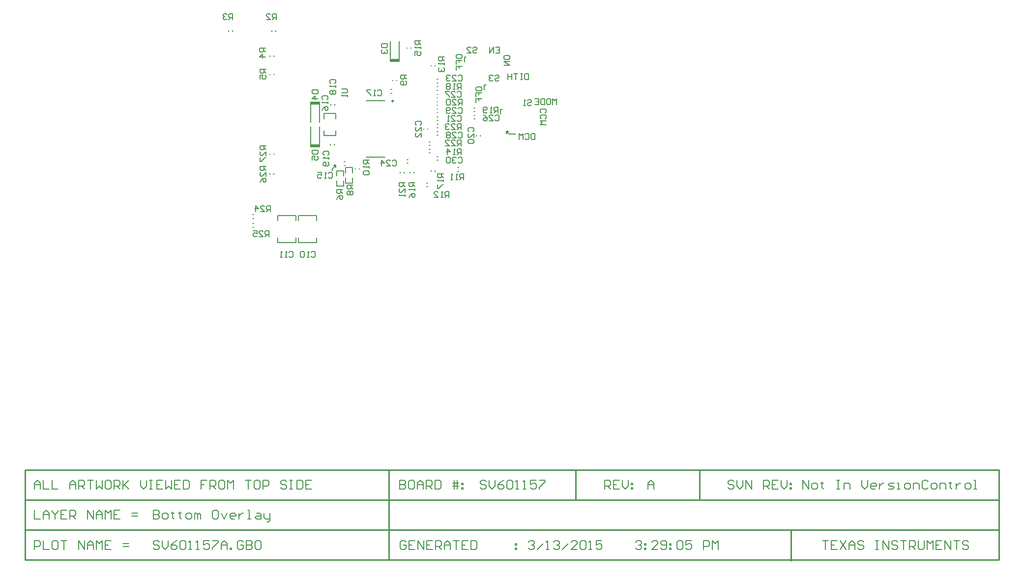
<source format=gbo>
%FSAX25Y25*%
%MOIN*%
G70*
G01*
G75*
G04 Layer_Color=1462238*
%ADD10R,0.90000X0.25000*%
%ADD11R,0.07874X0.07874*%
%ADD12R,0.07480X0.17323*%
%ADD13R,0.02559X0.04724*%
%ADD14R,0.02756X0.01969*%
%ADD15R,0.18504X0.17716*%
%ADD16R,0.21654X0.27559*%
%ADD17C,0.03937*%
%ADD18R,0.07874X0.15748*%
%ADD19R,0.03937X0.44094*%
%ADD20R,0.03937X0.25984*%
%ADD21R,0.10630X0.05118*%
%ADD22R,0.06300X0.05000*%
%ADD23R,0.03740X0.03937*%
%ADD24R,0.04724X0.02559*%
%ADD25R,0.01969X0.02756*%
%ADD26R,0.17716X0.18504*%
%ADD27R,0.07874X0.07874*%
%ADD28P,0.07072X4X90.0*%
%ADD29C,0.02400*%
%ADD30C,0.01200*%
%ADD31C,0.01000*%
%ADD32C,0.00800*%
%ADD33C,0.31496*%
%ADD34C,0.08700*%
%ADD35C,0.47244*%
%ADD36C,0.01575*%
%ADD37C,0.02400*%
%ADD38C,0.03800*%
%ADD39C,0.00700*%
%ADD40R,0.03937X0.06299*%
%ADD41R,0.02362X0.02362*%
%ADD42R,0.12205X0.20394*%
%ADD43O,0.06693X0.01378*%
%ADD44R,0.03347X0.03150*%
%ADD45R,0.03000X0.03000*%
%ADD46R,0.03150X0.03347*%
%ADD47C,0.01600*%
%ADD48C,0.00799*%
%ADD49C,0.00500*%
%ADD50C,0.00787*%
%ADD51C,0.00709*%
%ADD52C,0.00669*%
%ADD53C,0.01400*%
%ADD54R,0.12400X0.02000*%
%ADD55R,0.01762X0.02224*%
%ADD56R,0.02224X0.01762*%
%ADD57R,0.02000X0.12400*%
%ADD58R,0.30000X0.10000*%
%ADD59R,0.05118X0.04854*%
%ADD60R,0.05118X0.04854*%
%ADD61R,0.04854X0.05118*%
%ADD62R,0.08268X0.08268*%
%ADD63R,0.07874X0.17716*%
%ADD64R,0.02953X0.05118*%
%ADD65R,0.03150X0.02362*%
%ADD66R,0.18898X0.18110*%
%ADD67R,0.22047X0.27953*%
%ADD68C,0.07874*%
%ADD69R,0.08268X0.16142*%
%ADD70R,0.04331X0.44488*%
%ADD71R,0.04331X0.26378*%
%ADD72R,0.11024X0.05512*%
%ADD73R,0.06694X0.05394*%
%ADD74R,0.04134X0.04331*%
%ADD75R,0.05118X0.02953*%
%ADD76R,0.02362X0.03150*%
%ADD77R,0.18110X0.18898*%
%ADD78R,0.08268X0.08268*%
%ADD79C,0.31890*%
%ADD80C,0.09094*%
%ADD81C,0.47638*%
%ADD82C,0.01969*%
%ADD83C,0.02794*%
%ADD84C,0.04194*%
%ADD85R,0.04331X0.06693*%
%ADD86R,0.02756X0.02756*%
%ADD87R,0.12598X0.20787*%
%ADD88O,0.07087X0.01772*%
%ADD89R,0.03740X0.03543*%
%ADD90R,0.03394X0.03394*%
%ADD91R,0.03543X0.03740*%
%ADD92R,0.01969X0.01969*%
%ADD93C,0.00984*%
%ADD94R,0.06800X0.02000*%
G54D31*
X0497200Y0080717D02*
Y0101050D01*
X0413200Y0080717D02*
Y0101050D01*
X0040000Y0080717D02*
X0700200D01*
X0040000Y0060383D02*
X0700000D01*
X0040000Y0040050D02*
X0440500D01*
X0040050Y0101050D02*
X0700200D01*
X0040050Y0040050D02*
Y0101050D01*
Y0040050D02*
X0197600D01*
X0040000D02*
Y0101050D01*
X0286500Y0040050D02*
Y0101050D01*
X0700200Y0040050D02*
Y0101050D01*
X0440500Y0040050D02*
X0700200D01*
X0559400Y0039400D02*
Y0059683D01*
G54D32*
X0126900Y0073549D02*
Y0067551D01*
X0129899D01*
X0130899Y0068550D01*
Y0069550D01*
X0129899Y0070550D01*
X0126900D01*
X0129899D01*
X0130899Y0071549D01*
Y0072549D01*
X0129899Y0073549D01*
X0126900D01*
X0133898Y0067551D02*
X0135897D01*
X0136897Y0068550D01*
Y0070550D01*
X0135897Y0071549D01*
X0133898D01*
X0132898Y0070550D01*
Y0068550D01*
X0133898Y0067551D01*
X0139896Y0072549D02*
Y0071549D01*
X0138896D01*
X0140895D01*
X0139896D01*
Y0068550D01*
X0140895Y0067551D01*
X0144894Y0072549D02*
Y0071549D01*
X0143895D01*
X0145894D01*
X0144894D01*
Y0068550D01*
X0145894Y0067551D01*
X0149893D02*
X0151892D01*
X0152892Y0068550D01*
Y0070550D01*
X0151892Y0071549D01*
X0149893D01*
X0148893Y0070550D01*
Y0068550D01*
X0149893Y0067551D01*
X0154891D02*
Y0071549D01*
X0155891D01*
X0156890Y0070550D01*
Y0067551D01*
Y0070550D01*
X0157890Y0071549D01*
X0158890Y0070550D01*
Y0067551D01*
X0169886Y0073549D02*
X0167887D01*
X0166887Y0072549D01*
Y0068550D01*
X0167887Y0067551D01*
X0169886D01*
X0170886Y0068550D01*
Y0072549D01*
X0169886Y0073549D01*
X0172885Y0071549D02*
X0174884Y0067551D01*
X0176884Y0071549D01*
X0181882Y0067551D02*
X0179883D01*
X0178883Y0068550D01*
Y0070550D01*
X0179883Y0071549D01*
X0181882D01*
X0182882Y0070550D01*
Y0069550D01*
X0178883D01*
X0184881Y0071549D02*
Y0067551D01*
Y0069550D01*
X0185881Y0070550D01*
X0186881Y0071549D01*
X0187880D01*
X0190879Y0067551D02*
X0192879D01*
X0191879D01*
Y0073549D01*
X0190879D01*
X0196877Y0071549D02*
X0198877D01*
X0199876Y0070550D01*
Y0067551D01*
X0196877D01*
X0195878Y0068550D01*
X0196877Y0069550D01*
X0199876D01*
X0201876Y0071549D02*
Y0068550D01*
X0202875Y0067551D01*
X0205874D01*
Y0066551D01*
X0204875Y0065551D01*
X0203875D01*
X0205874Y0067551D02*
Y0071549D01*
X0567400Y0087833D02*
Y0093831D01*
X0571399Y0087833D01*
Y0093831D01*
X0574398Y0087833D02*
X0576397D01*
X0577397Y0088833D01*
Y0090832D01*
X0576397Y0091832D01*
X0574398D01*
X0573398Y0090832D01*
Y0088833D01*
X0574398Y0087833D01*
X0580396Y0092832D02*
Y0091832D01*
X0579396D01*
X0581395D01*
X0580396D01*
Y0088833D01*
X0581395Y0087833D01*
X0590393Y0093831D02*
X0592392D01*
X0591392D01*
Y0087833D01*
X0590393D01*
X0592392D01*
X0595391D02*
Y0091832D01*
X0598390D01*
X0599390Y0090832D01*
Y0087833D01*
X0607387Y0093831D02*
Y0089833D01*
X0609386Y0087833D01*
X0611386Y0089833D01*
Y0093831D01*
X0616384Y0087833D02*
X0614385D01*
X0613385Y0088833D01*
Y0090832D01*
X0614385Y0091832D01*
X0616384D01*
X0617384Y0090832D01*
Y0089833D01*
X0613385D01*
X0619383Y0091832D02*
Y0087833D01*
Y0089833D01*
X0620383Y0090832D01*
X0621383Y0091832D01*
X0622382D01*
X0625381Y0087833D02*
X0628380D01*
X0629380Y0088833D01*
X0628380Y0089833D01*
X0626381D01*
X0625381Y0090832D01*
X0626381Y0091832D01*
X0629380D01*
X0631379Y0087833D02*
X0633379D01*
X0632379D01*
Y0091832D01*
X0631379D01*
X0637377Y0087833D02*
X0639377D01*
X0640376Y0088833D01*
Y0090832D01*
X0639377Y0091832D01*
X0637377D01*
X0636378Y0090832D01*
Y0088833D01*
X0637377Y0087833D01*
X0642376D02*
Y0091832D01*
X0645375D01*
X0646374Y0090832D01*
Y0087833D01*
X0652373Y0092832D02*
X0651373Y0093831D01*
X0649373D01*
X0648374Y0092832D01*
Y0088833D01*
X0649373Y0087833D01*
X0651373D01*
X0652373Y0088833D01*
X0655372Y0087833D02*
X0657371D01*
X0658371Y0088833D01*
Y0090832D01*
X0657371Y0091832D01*
X0655372D01*
X0654372Y0090832D01*
Y0088833D01*
X0655372Y0087833D01*
X0660370D02*
Y0091832D01*
X0663369D01*
X0664369Y0090832D01*
Y0087833D01*
X0667368Y0092832D02*
Y0091832D01*
X0666368D01*
X0668367D01*
X0667368D01*
Y0088833D01*
X0668367Y0087833D01*
X0671366Y0091832D02*
Y0087833D01*
Y0089833D01*
X0672366Y0090832D01*
X0673366Y0091832D01*
X0674365D01*
X0678364Y0087833D02*
X0680364D01*
X0681363Y0088833D01*
Y0090832D01*
X0680364Y0091832D01*
X0678364D01*
X0677364Y0090832D01*
Y0088833D01*
X0678364Y0087833D01*
X0683362D02*
X0685362D01*
X0684362D01*
Y0093831D01*
X0683362D01*
X0520799Y0092832D02*
X0519799Y0093831D01*
X0517800D01*
X0516800Y0092832D01*
Y0091832D01*
X0517800Y0090832D01*
X0519799D01*
X0520799Y0089833D01*
Y0088833D01*
X0519799Y0087833D01*
X0517800D01*
X0516800Y0088833D01*
X0522798Y0093831D02*
Y0089833D01*
X0524797Y0087833D01*
X0526797Y0089833D01*
Y0093831D01*
X0528796Y0087833D02*
Y0093831D01*
X0532795Y0087833D01*
Y0093831D01*
X0540792Y0087833D02*
Y0093831D01*
X0543791D01*
X0544791Y0092832D01*
Y0090832D01*
X0543791Y0089833D01*
X0540792D01*
X0542792D02*
X0544791Y0087833D01*
X0550789Y0093831D02*
X0546790D01*
Y0087833D01*
X0550789D01*
X0546790Y0090832D02*
X0548790D01*
X0552788Y0093831D02*
Y0089833D01*
X0554788Y0087833D01*
X0556787Y0089833D01*
Y0093831D01*
X0558786Y0091832D02*
X0559786D01*
Y0090832D01*
X0558786D01*
Y0091832D01*
Y0088833D02*
X0559786D01*
Y0087833D01*
X0558786D01*
Y0088833D01*
X0433000Y0087833D02*
Y0093831D01*
X0435999D01*
X0436999Y0092832D01*
Y0090832D01*
X0435999Y0089833D01*
X0433000D01*
X0434999D02*
X0436999Y0087833D01*
X0442997Y0093831D02*
X0438998D01*
Y0087833D01*
X0442997D01*
X0438998Y0090832D02*
X0440997D01*
X0444996Y0093831D02*
Y0089833D01*
X0446995Y0087833D01*
X0448995Y0089833D01*
Y0093831D01*
X0450994Y0091832D02*
X0451994D01*
Y0090832D01*
X0450994D01*
Y0091832D01*
Y0088833D02*
X0451994D01*
Y0087833D01*
X0450994D01*
Y0088833D01*
X0130899Y0051965D02*
X0129899Y0052965D01*
X0127900D01*
X0126900Y0051965D01*
Y0050965D01*
X0127900Y0049966D01*
X0129899D01*
X0130899Y0048966D01*
Y0047966D01*
X0129899Y0046966D01*
X0127900D01*
X0126900Y0047966D01*
X0132898Y0052965D02*
Y0048966D01*
X0134897Y0046966D01*
X0136897Y0048966D01*
Y0052965D01*
X0142895D02*
X0140895Y0051965D01*
X0138896Y0049966D01*
Y0047966D01*
X0139896Y0046966D01*
X0141895D01*
X0142895Y0047966D01*
Y0048966D01*
X0141895Y0049966D01*
X0138896D01*
X0144894Y0051965D02*
X0145894Y0052965D01*
X0147893D01*
X0148893Y0051965D01*
Y0047966D01*
X0147893Y0046966D01*
X0145894D01*
X0144894Y0047966D01*
Y0051965D01*
X0150892Y0046966D02*
X0152892D01*
X0151892D01*
Y0052965D01*
X0150892Y0051965D01*
X0155891Y0046966D02*
X0157890D01*
X0156890D01*
Y0052965D01*
X0155891Y0051965D01*
X0164888Y0052965D02*
X0160889D01*
Y0049966D01*
X0162888Y0050965D01*
X0163888D01*
X0164888Y0049966D01*
Y0047966D01*
X0163888Y0046966D01*
X0161889D01*
X0160889Y0047966D01*
X0166887Y0052965D02*
X0170886D01*
Y0051965D01*
X0166887Y0047966D01*
Y0046966D01*
X0172885D02*
Y0050965D01*
X0174884Y0052965D01*
X0176884Y0050965D01*
Y0046966D01*
Y0049966D01*
X0172885D01*
X0178883Y0046966D02*
Y0047966D01*
X0179883D01*
Y0046966D01*
X0178883D01*
X0187880Y0051965D02*
X0186881Y0052965D01*
X0184881D01*
X0183882Y0051965D01*
Y0047966D01*
X0184881Y0046966D01*
X0186881D01*
X0187880Y0047966D01*
Y0049966D01*
X0185881D01*
X0189880Y0052965D02*
Y0046966D01*
X0192879D01*
X0193878Y0047966D01*
Y0048966D01*
X0192879Y0049966D01*
X0189880D01*
X0192879D01*
X0193878Y0050965D01*
Y0051965D01*
X0192879Y0052965D01*
X0189880D01*
X0198877D02*
X0196877D01*
X0195878Y0051965D01*
Y0047966D01*
X0196877Y0046966D01*
X0198877D01*
X0199876Y0047966D01*
Y0051965D01*
X0198877Y0052965D01*
X0381150Y0051965D02*
X0382150Y0052965D01*
X0384149D01*
X0385149Y0051965D01*
Y0050965D01*
X0384149Y0049966D01*
X0383149D01*
X0384149D01*
X0385149Y0048966D01*
Y0047966D01*
X0384149Y0046966D01*
X0382150D01*
X0381150Y0047966D01*
X0387148Y0046966D02*
X0391147Y0050965D01*
X0393146Y0046966D02*
X0395146D01*
X0394146D01*
Y0052965D01*
X0393146Y0051965D01*
X0398145D02*
X0399144Y0052965D01*
X0401144D01*
X0402143Y0051965D01*
Y0050965D01*
X0401144Y0049966D01*
X0400144D01*
X0401144D01*
X0402143Y0048966D01*
Y0047966D01*
X0401144Y0046966D01*
X0399144D01*
X0398145Y0047966D01*
X0404143Y0046966D02*
X0408141Y0050965D01*
X0414139Y0046966D02*
X0410141D01*
X0414139Y0050965D01*
Y0051965D01*
X0413140Y0052965D01*
X0411140D01*
X0410141Y0051965D01*
X0416139D02*
X0417138Y0052965D01*
X0419138D01*
X0420137Y0051965D01*
Y0047966D01*
X0419138Y0046966D01*
X0417138D01*
X0416139Y0047966D01*
Y0051965D01*
X0422137Y0046966D02*
X0424136D01*
X0423136D01*
Y0052965D01*
X0422137Y0051965D01*
X0431134Y0052965D02*
X0427135D01*
Y0049966D01*
X0429135Y0050965D01*
X0430134D01*
X0431134Y0049966D01*
Y0047966D01*
X0430134Y0046966D01*
X0428135D01*
X0427135Y0047966D01*
X0298199Y0051965D02*
X0297199Y0052965D01*
X0295200D01*
X0294200Y0051965D01*
Y0047966D01*
X0295200Y0046966D01*
X0297199D01*
X0298199Y0047966D01*
Y0049966D01*
X0296199D01*
X0304197Y0052965D02*
X0300198D01*
Y0046966D01*
X0304197D01*
X0300198Y0049966D02*
X0302197D01*
X0306196Y0046966D02*
Y0052965D01*
X0310195Y0046966D01*
Y0052965D01*
X0316193D02*
X0312194D01*
Y0046966D01*
X0316193D01*
X0312194Y0049966D02*
X0314194D01*
X0318192Y0046966D02*
Y0052965D01*
X0321191D01*
X0322191Y0051965D01*
Y0049966D01*
X0321191Y0048966D01*
X0318192D01*
X0320192D02*
X0322191Y0046966D01*
X0324190D02*
Y0050965D01*
X0326190Y0052965D01*
X0328189Y0050965D01*
Y0046966D01*
Y0049966D01*
X0324190D01*
X0330188Y0052965D02*
X0334187D01*
X0332188D01*
Y0046966D01*
X0340185Y0052965D02*
X0336186D01*
Y0046966D01*
X0340185D01*
X0336186Y0049966D02*
X0338186D01*
X0342184Y0052965D02*
Y0046966D01*
X0345183D01*
X0346183Y0047966D01*
Y0051965D01*
X0345183Y0052965D01*
X0342184D01*
X0372175Y0050965D02*
X0373175D01*
Y0049966D01*
X0372175D01*
Y0050965D01*
Y0047966D02*
X0373175D01*
Y0046966D01*
X0372175D01*
Y0047966D01*
X0046350Y0087833D02*
Y0091832D01*
X0048349Y0093831D01*
X0050349Y0091832D01*
Y0087833D01*
Y0090832D01*
X0046350D01*
X0052348Y0093831D02*
Y0087833D01*
X0056347D01*
X0058346Y0093831D02*
Y0087833D01*
X0062345D01*
X0070342D02*
Y0091832D01*
X0072342Y0093831D01*
X0074341Y0091832D01*
Y0087833D01*
Y0090832D01*
X0070342D01*
X0076340Y0087833D02*
Y0093831D01*
X0079339D01*
X0080339Y0092832D01*
Y0090832D01*
X0079339Y0089833D01*
X0076340D01*
X0078340D02*
X0080339Y0087833D01*
X0082338Y0093831D02*
X0086337D01*
X0084338D01*
Y0087833D01*
X0088336Y0093831D02*
Y0087833D01*
X0090336Y0089833D01*
X0092335Y0087833D01*
Y0093831D01*
X0097334D02*
X0095334D01*
X0094335Y0092832D01*
Y0088833D01*
X0095334Y0087833D01*
X0097334D01*
X0098333Y0088833D01*
Y0092832D01*
X0097334Y0093831D01*
X0100332Y0087833D02*
Y0093831D01*
X0103332D01*
X0104331Y0092832D01*
Y0090832D01*
X0103332Y0089833D01*
X0100332D01*
X0102332D02*
X0104331Y0087833D01*
X0106331Y0093831D02*
Y0087833D01*
Y0089833D01*
X0110329Y0093831D01*
X0107330Y0090832D01*
X0110329Y0087833D01*
X0118327Y0093831D02*
Y0089833D01*
X0120326Y0087833D01*
X0122325Y0089833D01*
Y0093831D01*
X0124325D02*
X0126324D01*
X0125324D01*
Y0087833D01*
X0124325D01*
X0126324D01*
X0133322Y0093831D02*
X0129323D01*
Y0087833D01*
X0133322D01*
X0129323Y0090832D02*
X0131323D01*
X0135321Y0093831D02*
Y0087833D01*
X0137321Y0089833D01*
X0139320Y0087833D01*
Y0093831D01*
X0145318D02*
X0141319D01*
Y0087833D01*
X0145318D01*
X0141319Y0090832D02*
X0143319D01*
X0147317Y0093831D02*
Y0087833D01*
X0150316D01*
X0151316Y0088833D01*
Y0092832D01*
X0150316Y0093831D01*
X0147317D01*
X0163312D02*
X0159313D01*
Y0090832D01*
X0161313D01*
X0159313D01*
Y0087833D01*
X0165312D02*
Y0093831D01*
X0168310D01*
X0169310Y0092832D01*
Y0090832D01*
X0168310Y0089833D01*
X0165312D01*
X0167311D02*
X0169310Y0087833D01*
X0174309Y0093831D02*
X0172309D01*
X0171310Y0092832D01*
Y0088833D01*
X0172309Y0087833D01*
X0174309D01*
X0175308Y0088833D01*
Y0092832D01*
X0174309Y0093831D01*
X0177308Y0087833D02*
Y0093831D01*
X0179307Y0091832D01*
X0181306Y0093831D01*
Y0087833D01*
X0189304Y0093831D02*
X0193303D01*
X0191303D01*
Y0087833D01*
X0198301Y0093831D02*
X0196301D01*
X0195302Y0092832D01*
Y0088833D01*
X0196301Y0087833D01*
X0198301D01*
X0199301Y0088833D01*
Y0092832D01*
X0198301Y0093831D01*
X0201300Y0087833D02*
Y0093831D01*
X0204299D01*
X0205299Y0092832D01*
Y0090832D01*
X0204299Y0089833D01*
X0201300D01*
X0217295Y0092832D02*
X0216295Y0093831D01*
X0214296D01*
X0213296Y0092832D01*
Y0091832D01*
X0214296Y0090832D01*
X0216295D01*
X0217295Y0089833D01*
Y0088833D01*
X0216295Y0087833D01*
X0214296D01*
X0213296Y0088833D01*
X0219294Y0093831D02*
X0221293D01*
X0220294D01*
Y0087833D01*
X0219294D01*
X0221293D01*
X0224292Y0093831D02*
Y0087833D01*
X0227291D01*
X0228291Y0088833D01*
Y0092832D01*
X0227291Y0093831D01*
X0224292D01*
X0234289D02*
X0230291D01*
Y0087833D01*
X0234289D01*
X0230291Y0090832D02*
X0232290D01*
X0462150Y0087833D02*
Y0091832D01*
X0464149Y0093831D01*
X0466149Y0091832D01*
Y0087833D01*
Y0090832D01*
X0462150D01*
X0352549Y0092832D02*
X0351549Y0093831D01*
X0349550D01*
X0348550Y0092832D01*
Y0091832D01*
X0349550Y0090832D01*
X0351549D01*
X0352549Y0089833D01*
Y0088833D01*
X0351549Y0087833D01*
X0349550D01*
X0348550Y0088833D01*
X0354548Y0093831D02*
Y0089833D01*
X0356547Y0087833D01*
X0358547Y0089833D01*
Y0093831D01*
X0364545D02*
X0362545Y0092832D01*
X0360546Y0090832D01*
Y0088833D01*
X0361546Y0087833D01*
X0363545D01*
X0364545Y0088833D01*
Y0089833D01*
X0363545Y0090832D01*
X0360546D01*
X0366544Y0092832D02*
X0367544Y0093831D01*
X0369543D01*
X0370543Y0092832D01*
Y0088833D01*
X0369543Y0087833D01*
X0367544D01*
X0366544Y0088833D01*
Y0092832D01*
X0372542Y0087833D02*
X0374542D01*
X0373542D01*
Y0093831D01*
X0372542Y0092832D01*
X0377541Y0087833D02*
X0379540D01*
X0378540D01*
Y0093831D01*
X0377541Y0092832D01*
X0386538Y0093831D02*
X0382539D01*
Y0090832D01*
X0384538Y0091832D01*
X0385538D01*
X0386538Y0090832D01*
Y0088833D01*
X0385538Y0087833D01*
X0383539D01*
X0382539Y0088833D01*
X0388537Y0093831D02*
X0392536D01*
Y0092832D01*
X0388537Y0088833D01*
Y0087833D01*
X0294000Y0093831D02*
Y0087833D01*
X0296999D01*
X0297999Y0088833D01*
Y0089833D01*
X0296999Y0090832D01*
X0294000D01*
X0296999D01*
X0297999Y0091832D01*
Y0092832D01*
X0296999Y0093831D01*
X0294000D01*
X0302997D02*
X0300998D01*
X0299998Y0092832D01*
Y0088833D01*
X0300998Y0087833D01*
X0302997D01*
X0303997Y0088833D01*
Y0092832D01*
X0302997Y0093831D01*
X0305996Y0087833D02*
Y0091832D01*
X0307996Y0093831D01*
X0309995Y0091832D01*
Y0087833D01*
Y0090832D01*
X0305996D01*
X0311994Y0087833D02*
Y0093831D01*
X0314993D01*
X0315993Y0092832D01*
Y0090832D01*
X0314993Y0089833D01*
X0311994D01*
X0313994D02*
X0315993Y0087833D01*
X0317992Y0093831D02*
Y0087833D01*
X0320991D01*
X0321991Y0088833D01*
Y0092832D01*
X0320991Y0093831D01*
X0317992D01*
X0330988Y0087833D02*
Y0093831D01*
X0332987D02*
Y0087833D01*
X0329988Y0091832D02*
X0332987D01*
X0333987D01*
X0329988Y0089833D02*
X0333987D01*
X0335986Y0091832D02*
X0336986D01*
Y0090832D01*
X0335986D01*
Y0091832D01*
Y0088833D02*
X0336986D01*
Y0087833D01*
X0335986D01*
Y0088833D01*
X0046350Y0073549D02*
Y0067551D01*
X0050349D01*
X0052348D02*
Y0071549D01*
X0054347Y0073549D01*
X0056347Y0071549D01*
Y0067551D01*
Y0070550D01*
X0052348D01*
X0058346Y0073549D02*
Y0072549D01*
X0060346Y0070550D01*
X0062345Y0072549D01*
Y0073549D01*
X0060346Y0070550D02*
Y0067551D01*
X0068343Y0073549D02*
X0064344D01*
Y0067551D01*
X0068343D01*
X0064344Y0070550D02*
X0066343D01*
X0070342Y0067551D02*
Y0073549D01*
X0073341D01*
X0074341Y0072549D01*
Y0070550D01*
X0073341Y0069550D01*
X0070342D01*
X0072342D02*
X0074341Y0067551D01*
X0082338D02*
Y0073549D01*
X0086337Y0067551D01*
Y0073549D01*
X0088336Y0067551D02*
Y0071549D01*
X0090336Y0073549D01*
X0092335Y0071549D01*
Y0067551D01*
Y0070550D01*
X0088336D01*
X0094335Y0067551D02*
Y0073549D01*
X0096334Y0071549D01*
X0098333Y0073549D01*
Y0067551D01*
X0104331Y0073549D02*
X0100332D01*
Y0067551D01*
X0104331D01*
X0100332Y0070550D02*
X0102332D01*
X0112329Y0069550D02*
X0116327D01*
X0112329Y0071549D02*
X0116327D01*
X0046350Y0046966D02*
Y0052965D01*
X0049349D01*
X0050349Y0051965D01*
Y0049966D01*
X0049349Y0048966D01*
X0046350D01*
X0052348Y0052965D02*
Y0046966D01*
X0056347D01*
X0061345Y0052965D02*
X0059346D01*
X0058346Y0051965D01*
Y0047966D01*
X0059346Y0046966D01*
X0061345D01*
X0062345Y0047966D01*
Y0051965D01*
X0061345Y0052965D01*
X0064344D02*
X0068343D01*
X0066343D01*
Y0046966D01*
X0076340D02*
Y0052965D01*
X0080339Y0046966D01*
Y0052965D01*
X0082338Y0046966D02*
Y0050965D01*
X0084338Y0052965D01*
X0086337Y0050965D01*
Y0046966D01*
Y0049966D01*
X0082338D01*
X0088336Y0046966D02*
Y0052965D01*
X0090336Y0050965D01*
X0092335Y0052965D01*
Y0046966D01*
X0098333Y0052965D02*
X0094335D01*
Y0046966D01*
X0098333D01*
X0094335Y0049966D02*
X0096334D01*
X0106331Y0048966D02*
X0110329D01*
X0106331Y0050965D02*
X0110329D01*
X0454050Y0051965D02*
X0455050Y0052965D01*
X0457049D01*
X0458049Y0051965D01*
Y0050965D01*
X0457049Y0049966D01*
X0456049D01*
X0457049D01*
X0458049Y0048966D01*
Y0047966D01*
X0457049Y0046966D01*
X0455050D01*
X0454050Y0047966D01*
X0460048Y0050965D02*
X0461048D01*
Y0049966D01*
X0460048D01*
Y0050965D01*
Y0047966D02*
X0461048D01*
Y0046966D01*
X0460048D01*
Y0047966D01*
X0469045Y0046966D02*
X0465046D01*
X0469045Y0050965D01*
Y0051965D01*
X0468046Y0052965D01*
X0466046D01*
X0465046Y0051965D01*
X0471044Y0047966D02*
X0472044Y0046966D01*
X0474044D01*
X0475043Y0047966D01*
Y0051965D01*
X0474044Y0052965D01*
X0472044D01*
X0471044Y0051965D01*
Y0050965D01*
X0472044Y0049966D01*
X0475043D01*
X0477043Y0050965D02*
X0478042D01*
Y0049966D01*
X0477043D01*
Y0050965D01*
Y0047966D02*
X0478042D01*
Y0046966D01*
X0477043D01*
Y0047966D01*
X0482041Y0051965D02*
X0483041Y0052965D01*
X0485040D01*
X0486040Y0051965D01*
Y0047966D01*
X0485040Y0046966D01*
X0483041D01*
X0482041Y0047966D01*
Y0051965D01*
X0492038Y0052965D02*
X0488039D01*
Y0049966D01*
X0490038Y0050965D01*
X0491038D01*
X0492038Y0049966D01*
Y0047966D01*
X0491038Y0046966D01*
X0489039D01*
X0488039Y0047966D01*
X0500035Y0046966D02*
Y0052965D01*
X0503034D01*
X0504034Y0051965D01*
Y0049966D01*
X0503034Y0048966D01*
X0500035D01*
X0506033Y0046966D02*
Y0052965D01*
X0508033Y0050965D01*
X0510032Y0052965D01*
Y0046966D01*
X0580500Y0052965D02*
X0584499D01*
X0582499D01*
Y0046966D01*
X0590497Y0052965D02*
X0586498D01*
Y0046966D01*
X0590497D01*
X0586498Y0049966D02*
X0588497D01*
X0592496Y0052965D02*
X0596495Y0046966D01*
Y0052965D02*
X0592496Y0046966D01*
X0598494D02*
Y0050965D01*
X0600493Y0052965D01*
X0602493Y0050965D01*
Y0046966D01*
Y0049966D01*
X0598494D01*
X0608491Y0051965D02*
X0607491Y0052965D01*
X0605492D01*
X0604492Y0051965D01*
Y0050965D01*
X0605492Y0049966D01*
X0607491D01*
X0608491Y0048966D01*
Y0047966D01*
X0607491Y0046966D01*
X0605492D01*
X0604492Y0047966D01*
X0616488Y0052965D02*
X0618488D01*
X0617488D01*
Y0046966D01*
X0616488D01*
X0618488D01*
X0621487D02*
Y0052965D01*
X0625486Y0046966D01*
Y0052965D01*
X0631484Y0051965D02*
X0630484Y0052965D01*
X0628484D01*
X0627485Y0051965D01*
Y0050965D01*
X0628484Y0049966D01*
X0630484D01*
X0631484Y0048966D01*
Y0047966D01*
X0630484Y0046966D01*
X0628484D01*
X0627485Y0047966D01*
X0633483Y0052965D02*
X0637482D01*
X0635482D01*
Y0046966D01*
X0639481D02*
Y0052965D01*
X0642480D01*
X0643480Y0051965D01*
Y0049966D01*
X0642480Y0048966D01*
X0639481D01*
X0641480D02*
X0643480Y0046966D01*
X0645479Y0052965D02*
Y0047966D01*
X0646479Y0046966D01*
X0648478D01*
X0649478Y0047966D01*
Y0052965D01*
X0651477Y0046966D02*
Y0052965D01*
X0653476Y0050965D01*
X0655476Y0052965D01*
Y0046966D01*
X0661474Y0052965D02*
X0657475D01*
Y0046966D01*
X0661474D01*
X0657475Y0049966D02*
X0659474D01*
X0663473Y0046966D02*
Y0052965D01*
X0667472Y0046966D01*
Y0052965D01*
X0669471D02*
X0673470D01*
X0671471D01*
Y0046966D01*
X0679468Y0051965D02*
X0678468Y0052965D01*
X0676469D01*
X0675469Y0051965D01*
Y0050965D01*
X0676469Y0049966D01*
X0678468D01*
X0679468Y0048966D01*
Y0047966D01*
X0678468Y0046966D01*
X0676469D01*
X0675469Y0047966D01*
G54D39*
X0293750Y0378800D02*
Y0386294D01*
X0287650D02*
Y0391904D01*
Y0378800D02*
Y0386294D01*
X0293750D02*
Y0391904D01*
X0233650Y0336896D02*
Y0342506D01*
X0239750D02*
Y0350000D01*
Y0336896D02*
Y0342506D01*
X0233650D02*
Y0350000D01*
X0253700Y0293600D02*
X0256100D01*
Y0297100D01*
X0251300Y0293600D02*
Y0297100D01*
Y0293600D02*
X0253700D01*
X0251300Y0304000D02*
X0253700D01*
X0251300Y0300500D02*
Y0304000D01*
X0256100Y0300500D02*
Y0304000D01*
X0253700D02*
X0256100D01*
X0239750Y0328294D02*
Y0333904D01*
X0233650Y0320800D02*
Y0328294D01*
Y0333904D01*
X0239750Y0320800D02*
Y0328294D01*
X0242700Y0328000D02*
Y0331400D01*
Y0328000D02*
X0246700D01*
X0250700D01*
Y0331400D01*
Y0339400D02*
Y0342800D01*
X0246700D02*
X0250700D01*
X0242700D02*
X0246700D01*
X0242700Y0339400D02*
Y0342800D01*
X0259700Y0295700D02*
X0262100D01*
Y0299200D01*
X0257300Y0295700D02*
Y0299200D01*
Y0295700D02*
X0259700D01*
X0257300Y0306100D02*
X0259700D01*
X0257300Y0302600D02*
Y0306100D01*
X0262100Y0302600D02*
Y0306100D01*
X0259700D02*
X0262100D01*
X0211213Y0255280D02*
X0223557D01*
Y0258451D01*
X0211213Y0255280D02*
Y0258451D01*
Y0270349D02*
Y0273520D01*
X0223557Y0270349D02*
Y0273520D01*
X0211213D02*
X0223557D01*
X0225213Y0255280D02*
X0237557D01*
Y0258451D01*
X0225213Y0255280D02*
Y0258451D01*
Y0270349D02*
Y0273520D01*
X0237557Y0270349D02*
Y0273520D01*
X0225213D02*
X0237557D01*
X0248200Y0303900D02*
Y0305400D01*
X0250700Y0307900D01*
Y0306400D02*
Y0307900D01*
X0249200D02*
X0250700Y0306400D01*
X0249200Y0307900D02*
X0250700D01*
X0368200Y0328900D02*
X0372700D01*
X0366200Y0330900D02*
X0368200Y0328900D01*
X0366200Y0329400D02*
Y0330900D01*
Y0329400D02*
X0367700Y0330900D01*
X0366200D02*
X0367700D01*
X0380534Y0351732D02*
X0381201Y0352399D01*
X0382534D01*
X0383200Y0351732D01*
Y0351066D01*
X0382534Y0350399D01*
X0381201D01*
X0380534Y0349733D01*
Y0349066D01*
X0381201Y0348400D01*
X0382534D01*
X0383200Y0349066D01*
X0379201Y0348400D02*
X0377868D01*
X0378535D01*
Y0352399D01*
X0379201Y0351732D01*
X0281701Y0390400D02*
X0285700D01*
Y0388401D01*
X0285034Y0387734D01*
X0282368D01*
X0281701Y0388401D01*
Y0390400D01*
X0282368Y0386401D02*
X0281701Y0385735D01*
Y0384402D01*
X0282368Y0383735D01*
X0283034D01*
X0283701Y0384402D01*
Y0385068D01*
Y0384402D01*
X0284367Y0383735D01*
X0285034D01*
X0285700Y0384402D01*
Y0385735D01*
X0285034Y0386401D01*
X0234701Y0358900D02*
X0238700D01*
Y0356901D01*
X0238034Y0356234D01*
X0235368D01*
X0234701Y0356901D01*
Y0358900D01*
X0238700Y0352902D02*
X0234701D01*
X0236701Y0354901D01*
Y0352236D01*
X0254701Y0359463D02*
X0258034D01*
X0258700Y0358797D01*
Y0357464D01*
X0258034Y0356797D01*
X0254701D01*
X0258700Y0355464D02*
Y0354131D01*
Y0354798D01*
X0254701D01*
X0255368Y0355464D01*
X0203298Y0320935D02*
X0199300D01*
Y0318936D01*
X0199966Y0318270D01*
X0201299D01*
X0201965Y0318936D01*
Y0320935D01*
Y0319602D02*
X0203298Y0318270D01*
Y0314271D02*
Y0316937D01*
X0200633Y0314271D01*
X0199966D01*
X0199300Y0314937D01*
Y0316270D01*
X0199966Y0316937D01*
X0199300Y0312938D02*
Y0310272D01*
X0199966D01*
X0202632Y0312938D01*
X0203298D01*
X0255200Y0291300D02*
X0251201D01*
Y0289301D01*
X0251868Y0288634D01*
X0253201D01*
X0253867Y0289301D01*
Y0291300D01*
Y0289967D02*
X0255200Y0288634D01*
X0251201Y0284635D02*
X0251868Y0285968D01*
X0253201Y0287301D01*
X0254534D01*
X0255200Y0286635D01*
Y0285302D01*
X0254534Y0284635D01*
X0253867D01*
X0253201Y0285302D01*
Y0287301D01*
X0358534Y0368232D02*
X0359201Y0368899D01*
X0360534D01*
X0361200Y0368232D01*
Y0367566D01*
X0360534Y0366899D01*
X0359201D01*
X0358534Y0366233D01*
Y0365566D01*
X0359201Y0364900D01*
X0360534D01*
X0361200Y0365566D01*
X0357201Y0368232D02*
X0356535Y0368899D01*
X0355202D01*
X0354536Y0368232D01*
Y0367566D01*
X0355202Y0366899D01*
X0355868D01*
X0355202D01*
X0354536Y0366233D01*
Y0365566D01*
X0355202Y0364900D01*
X0356535D01*
X0357201Y0365566D01*
X0343534Y0387232D02*
X0344201Y0387899D01*
X0345534D01*
X0346200Y0387232D01*
Y0386566D01*
X0345534Y0385899D01*
X0344201D01*
X0343534Y0385233D01*
Y0384566D01*
X0344201Y0383900D01*
X0345534D01*
X0346200Y0384566D01*
X0339535Y0383900D02*
X0342201D01*
X0339535Y0386566D01*
Y0387232D01*
X0340202Y0387899D01*
X0341535D01*
X0342201Y0387232D01*
X0279034Y0358232D02*
X0279701Y0358899D01*
X0281034D01*
X0281700Y0358232D01*
Y0355566D01*
X0281034Y0354900D01*
X0279701D01*
X0279034Y0355566D01*
X0277701Y0354900D02*
X0276368D01*
X0277035D01*
Y0358899D01*
X0277701Y0358232D01*
X0274369Y0358899D02*
X0271703D01*
Y0358232D01*
X0274369Y0355566D01*
Y0354900D01*
X0335700Y0331900D02*
Y0335899D01*
X0333701D01*
X0333034Y0335232D01*
Y0333899D01*
X0333701Y0333233D01*
X0335700D01*
X0334367D02*
X0333034Y0331900D01*
X0329035D02*
X0331701D01*
X0329035Y0334566D01*
Y0335232D01*
X0329702Y0335899D01*
X0331035D01*
X0331701Y0335232D01*
X0327703D02*
X0327036Y0335899D01*
X0325703D01*
X0325037Y0335232D01*
Y0334566D01*
X0325703Y0333899D01*
X0326370D01*
X0325703D01*
X0325037Y0333233D01*
Y0332566D01*
X0325703Y0331900D01*
X0327036D01*
X0327703Y0332566D01*
X0335700Y0320900D02*
Y0324899D01*
X0333701D01*
X0333034Y0324232D01*
Y0322899D01*
X0333701Y0322233D01*
X0335700D01*
X0334367D02*
X0333034Y0320900D01*
X0329035D02*
X0331701D01*
X0329035Y0323566D01*
Y0324232D01*
X0329702Y0324899D01*
X0331035D01*
X0331701Y0324232D01*
X0325037Y0320900D02*
X0327703D01*
X0325037Y0323566D01*
Y0324232D01*
X0325703Y0324899D01*
X0327036D01*
X0327703Y0324232D01*
X0297700Y0295900D02*
X0293701D01*
Y0293901D01*
X0294368Y0293234D01*
X0295701D01*
X0296367Y0293901D01*
Y0295900D01*
Y0294567D02*
X0297700Y0293234D01*
Y0289235D02*
Y0291901D01*
X0295034Y0289235D01*
X0294368D01*
X0293701Y0289902D01*
Y0291235D01*
X0294368Y0291901D01*
X0297700Y0287903D02*
Y0286570D01*
Y0287236D01*
X0293701D01*
X0294368Y0287903D01*
X0336140Y0348463D02*
Y0352462D01*
X0334141D01*
X0333474Y0351795D01*
Y0350462D01*
X0334141Y0349796D01*
X0336140D01*
X0334807D02*
X0333474Y0348463D01*
X0329476D02*
X0332141D01*
X0329476Y0351129D01*
Y0351795D01*
X0330142Y0352462D01*
X0331475D01*
X0332141Y0351795D01*
X0328143D02*
X0327476Y0352462D01*
X0326143D01*
X0325477Y0351795D01*
Y0349129D01*
X0326143Y0348463D01*
X0327476D01*
X0328143Y0349129D01*
Y0351795D01*
X0360700Y0343400D02*
Y0347399D01*
X0358701D01*
X0358034Y0346732D01*
Y0345399D01*
X0358701Y0344733D01*
X0360700D01*
X0359367D02*
X0358034Y0343400D01*
X0356701D02*
X0355368D01*
X0356035D01*
Y0347399D01*
X0356701Y0346732D01*
X0353369Y0344066D02*
X0352703Y0343400D01*
X0351370D01*
X0350703Y0344066D01*
Y0346732D01*
X0351370Y0347399D01*
X0352703D01*
X0353369Y0346732D01*
Y0346066D01*
X0352703Y0345399D01*
X0350703D01*
X0335700Y0359400D02*
Y0363399D01*
X0333701D01*
X0333034Y0362732D01*
Y0361399D01*
X0333701Y0360733D01*
X0335700D01*
X0334367D02*
X0333034Y0359400D01*
X0331701D02*
X0330368D01*
X0331035D01*
Y0363399D01*
X0331701Y0362732D01*
X0328369D02*
X0327703Y0363399D01*
X0326370D01*
X0325703Y0362732D01*
Y0362066D01*
X0326370Y0361399D01*
X0325703Y0360733D01*
Y0360066D01*
X0326370Y0359400D01*
X0327703D01*
X0328369Y0360066D01*
Y0360733D01*
X0327703Y0361399D01*
X0328369Y0362066D01*
Y0362732D01*
X0327703Y0361399D02*
X0326370D01*
X0304200Y0295900D02*
X0300201D01*
Y0293901D01*
X0300868Y0293234D01*
X0302201D01*
X0302867Y0293901D01*
Y0295900D01*
Y0294567D02*
X0304200Y0293234D01*
Y0291901D02*
Y0290568D01*
Y0291235D01*
X0300201D01*
X0300868Y0291901D01*
X0300201Y0285903D02*
X0300868Y0287236D01*
X0302201Y0288569D01*
X0303534D01*
X0304200Y0287903D01*
Y0286570D01*
X0303534Y0285903D01*
X0302867D01*
X0302201Y0286570D01*
Y0288569D01*
X0308200Y0392400D02*
X0304201D01*
Y0390401D01*
X0304868Y0389734D01*
X0306201D01*
X0306867Y0390401D01*
Y0392400D01*
Y0391067D02*
X0308200Y0389734D01*
Y0388401D02*
Y0387068D01*
Y0387735D01*
X0304201D01*
X0304868Y0388401D01*
X0304201Y0382403D02*
Y0385069D01*
X0306201D01*
X0305534Y0383736D01*
Y0383070D01*
X0306201Y0382403D01*
X0307534D01*
X0308200Y0383070D01*
Y0384403D01*
X0307534Y0385069D01*
X0298700Y0368900D02*
X0294701D01*
Y0366901D01*
X0295368Y0366234D01*
X0296701D01*
X0297367Y0366901D01*
Y0368900D01*
Y0367567D02*
X0298700Y0366234D01*
X0298034Y0364901D02*
X0298700Y0364235D01*
Y0362902D01*
X0298034Y0362235D01*
X0295368D01*
X0294701Y0362902D01*
Y0364235D01*
X0295368Y0364901D01*
X0296034D01*
X0296701Y0364235D01*
Y0362235D01*
X0234701Y0317900D02*
X0238700D01*
Y0315901D01*
X0238034Y0315234D01*
X0235368D01*
X0234701Y0315901D01*
Y0317900D01*
Y0311235D02*
Y0313901D01*
X0236701D01*
X0236034Y0312568D01*
Y0311902D01*
X0236701Y0311235D01*
X0238034D01*
X0238700Y0311902D01*
Y0313235D01*
X0238034Y0313901D01*
X0333534Y0312732D02*
X0334201Y0313399D01*
X0335534D01*
X0336200Y0312732D01*
Y0310066D01*
X0335534Y0309400D01*
X0334201D01*
X0333534Y0310066D01*
X0332201Y0312732D02*
X0331535Y0313399D01*
X0330202D01*
X0329536Y0312732D01*
Y0312066D01*
X0330202Y0311399D01*
X0330868D01*
X0330202D01*
X0329536Y0310733D01*
Y0310066D01*
X0330202Y0309400D01*
X0331535D01*
X0332201Y0310066D01*
X0328203Y0312732D02*
X0327536Y0313399D01*
X0326203D01*
X0325537Y0312732D01*
Y0310066D01*
X0326203Y0309400D01*
X0327536D01*
X0328203Y0310066D01*
Y0312732D01*
X0333534Y0346232D02*
X0334201Y0346899D01*
X0335534D01*
X0336200Y0346232D01*
Y0343566D01*
X0335534Y0342900D01*
X0334201D01*
X0333534Y0343566D01*
X0329536Y0342900D02*
X0332201D01*
X0329536Y0345566D01*
Y0346232D01*
X0330202Y0346899D01*
X0331535D01*
X0332201Y0346232D01*
X0328203Y0343566D02*
X0327536Y0342900D01*
X0326203D01*
X0325537Y0343566D01*
Y0346232D01*
X0326203Y0346899D01*
X0327536D01*
X0328203Y0346232D01*
Y0345566D01*
X0327536Y0344899D01*
X0325537D01*
X0333534Y0329732D02*
X0334201Y0330399D01*
X0335534D01*
X0336200Y0329732D01*
Y0327066D01*
X0335534Y0326400D01*
X0334201D01*
X0333534Y0327066D01*
X0329536Y0326400D02*
X0332201D01*
X0329536Y0329066D01*
Y0329732D01*
X0330202Y0330399D01*
X0331535D01*
X0332201Y0329732D01*
X0328203D02*
X0327536Y0330399D01*
X0326203D01*
X0325537Y0329732D01*
Y0329066D01*
X0326203Y0328399D01*
X0325537Y0327733D01*
Y0327066D01*
X0326203Y0326400D01*
X0327536D01*
X0328203Y0327066D01*
Y0327733D01*
X0327536Y0328399D01*
X0328203Y0329066D01*
Y0329732D01*
X0327536Y0328399D02*
X0326203D01*
X0333034Y0357232D02*
X0333701Y0357899D01*
X0335034D01*
X0335700Y0357232D01*
Y0354566D01*
X0335034Y0353900D01*
X0333701D01*
X0333034Y0354566D01*
X0329035Y0353900D02*
X0331701D01*
X0329035Y0356566D01*
Y0357232D01*
X0329702Y0357899D01*
X0331035D01*
X0331701Y0357232D01*
X0327703Y0357899D02*
X0325037D01*
Y0357232D01*
X0327703Y0354566D01*
Y0353900D01*
X0358534Y0341232D02*
X0359201Y0341899D01*
X0360534D01*
X0361200Y0341232D01*
Y0338566D01*
X0360534Y0337900D01*
X0359201D01*
X0358534Y0338566D01*
X0354536Y0337900D02*
X0357201D01*
X0354536Y0340566D01*
Y0341232D01*
X0355202Y0341899D01*
X0356535D01*
X0357201Y0341232D01*
X0350537Y0341899D02*
X0351870Y0341232D01*
X0353203Y0339899D01*
Y0338566D01*
X0352536Y0337900D01*
X0351203D01*
X0350537Y0338566D01*
Y0339233D01*
X0351203Y0339899D01*
X0353203D01*
X0289034Y0310732D02*
X0289701Y0311399D01*
X0291034D01*
X0291700Y0310732D01*
Y0308066D01*
X0291034Y0307400D01*
X0289701D01*
X0289034Y0308066D01*
X0285035Y0307400D02*
X0287701D01*
X0285035Y0310066D01*
Y0310732D01*
X0285702Y0311399D01*
X0287035D01*
X0287701Y0310732D01*
X0281703Y0307400D02*
Y0311399D01*
X0283703Y0309399D01*
X0281037D01*
X0333534Y0368232D02*
X0334201Y0368899D01*
X0335534D01*
X0336200Y0368232D01*
Y0365566D01*
X0335534Y0364900D01*
X0334201D01*
X0333534Y0365566D01*
X0329536Y0364900D02*
X0332201D01*
X0329536Y0367566D01*
Y0368232D01*
X0330202Y0368899D01*
X0331535D01*
X0332201Y0368232D01*
X0328203D02*
X0327536Y0368899D01*
X0326203D01*
X0325537Y0368232D01*
Y0367566D01*
X0326203Y0366899D01*
X0326870D01*
X0326203D01*
X0325537Y0366233D01*
Y0365566D01*
X0326203Y0364900D01*
X0327536D01*
X0328203Y0365566D01*
X0305368Y0334797D02*
X0304701Y0335464D01*
Y0336796D01*
X0305368Y0337463D01*
X0308033D01*
X0308700Y0336796D01*
Y0335464D01*
X0308033Y0334797D01*
X0308700Y0330799D02*
Y0333464D01*
X0306034Y0330799D01*
X0305368D01*
X0304701Y0331465D01*
Y0332798D01*
X0305368Y0333464D01*
X0308700Y0326800D02*
Y0329466D01*
X0306034Y0326800D01*
X0305368D01*
X0304701Y0327466D01*
Y0328799D01*
X0305368Y0329466D01*
X0333034Y0340795D02*
X0333701Y0341462D01*
X0335034D01*
X0335700Y0340795D01*
Y0338129D01*
X0335034Y0337463D01*
X0333701D01*
X0333034Y0338129D01*
X0329036Y0337463D02*
X0331701D01*
X0329036Y0340129D01*
Y0340795D01*
X0329702Y0341462D01*
X0331035D01*
X0331701Y0340795D01*
X0327703Y0337463D02*
X0326370D01*
X0327036D01*
Y0341462D01*
X0327703Y0340795D01*
X0242801Y0314510D02*
X0242134Y0315176D01*
Y0316509D01*
X0242801Y0317176D01*
X0245467D01*
X0246133Y0316509D01*
Y0315176D01*
X0245467Y0314510D01*
X0246133Y0313177D02*
Y0311844D01*
Y0312510D01*
X0242134D01*
X0242801Y0313177D01*
X0245467Y0309845D02*
X0246133Y0309178D01*
Y0307845D01*
X0245467Y0307179D01*
X0242801D01*
X0242134Y0307845D01*
Y0309178D01*
X0242801Y0309845D01*
X0243467D01*
X0244134Y0309178D01*
Y0307179D01*
X0247368Y0363234D02*
X0246701Y0363901D01*
Y0365234D01*
X0247368Y0365900D01*
X0250034D01*
X0250700Y0365234D01*
Y0363901D01*
X0250034Y0363234D01*
X0250700Y0361901D02*
Y0360568D01*
Y0361235D01*
X0246701D01*
X0247368Y0361901D01*
Y0358569D02*
X0246701Y0357903D01*
Y0356570D01*
X0247368Y0355903D01*
X0248034D01*
X0248701Y0356570D01*
X0249367Y0355903D01*
X0250034D01*
X0250700Y0356570D01*
Y0357903D01*
X0250034Y0358569D01*
X0249367D01*
X0248701Y0357903D01*
X0248034Y0358569D01*
X0247368D01*
X0248701Y0357903D02*
Y0356570D01*
X0241868Y0352234D02*
X0241201Y0352901D01*
Y0354234D01*
X0241868Y0354900D01*
X0244534D01*
X0245200Y0354234D01*
Y0352901D01*
X0244534Y0352234D01*
X0245200Y0350901D02*
Y0349568D01*
Y0350235D01*
X0241201D01*
X0241868Y0350901D01*
X0241201Y0344903D02*
X0241868Y0346236D01*
X0243201Y0347569D01*
X0244534D01*
X0245200Y0346903D01*
Y0345570D01*
X0244534Y0344903D01*
X0243867D01*
X0243201Y0345570D01*
Y0347569D01*
X0323700Y0301773D02*
X0319701D01*
Y0299774D01*
X0320368Y0299108D01*
X0321701D01*
X0322367Y0299774D01*
Y0301773D01*
Y0300440D02*
X0323700Y0299108D01*
Y0297775D02*
Y0296442D01*
Y0297108D01*
X0319701D01*
X0320368Y0297775D01*
X0319701Y0294442D02*
Y0291776D01*
X0320368D01*
X0323034Y0294442D01*
X0323700D01*
X0335700Y0314900D02*
Y0318899D01*
X0333701D01*
X0333034Y0318232D01*
Y0316899D01*
X0333701Y0316233D01*
X0335700D01*
X0334367D02*
X0333034Y0314900D01*
X0331701D02*
X0330368D01*
X0331035D01*
Y0318899D01*
X0331701Y0318232D01*
X0326370Y0314900D02*
Y0318899D01*
X0328369Y0316899D01*
X0325703D01*
X0324200Y0381400D02*
X0320201D01*
Y0379401D01*
X0320868Y0378734D01*
X0322201D01*
X0322867Y0379401D01*
Y0381400D01*
Y0380067D02*
X0324200Y0378734D01*
Y0377401D02*
Y0376068D01*
Y0376735D01*
X0320201D01*
X0320868Y0377401D01*
Y0374069D02*
X0320201Y0373403D01*
Y0372070D01*
X0320868Y0371403D01*
X0321534D01*
X0322201Y0372070D01*
Y0372736D01*
Y0372070D01*
X0322867Y0371403D01*
X0323534D01*
X0324200Y0372070D01*
Y0373403D01*
X0323534Y0374069D01*
X0327200Y0285900D02*
Y0289899D01*
X0325201D01*
X0324534Y0289232D01*
Y0287899D01*
X0325201Y0287233D01*
X0327200D01*
X0325867D02*
X0324534Y0285900D01*
X0323201D02*
X0321868D01*
X0322535D01*
Y0289899D01*
X0323201Y0289232D01*
X0317203Y0285900D02*
X0319869D01*
X0317203Y0288566D01*
Y0289232D01*
X0317870Y0289899D01*
X0319203D01*
X0319869Y0289232D01*
X0337200Y0297900D02*
Y0301899D01*
X0335201D01*
X0334534Y0301232D01*
Y0299899D01*
X0335201Y0299233D01*
X0337200D01*
X0335867D02*
X0334534Y0297900D01*
X0333201D02*
X0331868D01*
X0332535D01*
Y0301899D01*
X0333201Y0301232D01*
X0329869Y0297900D02*
X0328536D01*
X0329203D01*
Y0301899D01*
X0329869Y0301232D01*
X0273200Y0311400D02*
X0269201D01*
Y0309401D01*
X0269868Y0308734D01*
X0271201D01*
X0271867Y0309401D01*
Y0311400D01*
Y0310067D02*
X0273200Y0308734D01*
Y0307401D02*
Y0306068D01*
Y0306735D01*
X0269201D01*
X0269868Y0307401D01*
Y0304069D02*
X0269201Y0303403D01*
Y0302070D01*
X0269868Y0301403D01*
X0272534D01*
X0273200Y0302070D01*
Y0303403D01*
X0272534Y0304069D01*
X0269868D01*
X0262200Y0294400D02*
X0258201D01*
Y0292401D01*
X0258868Y0291734D01*
X0260201D01*
X0260867Y0292401D01*
Y0294400D01*
Y0293067D02*
X0262200Y0291734D01*
X0258868Y0290401D02*
X0258201Y0289735D01*
Y0288402D01*
X0258868Y0287736D01*
X0259534D01*
X0260201Y0288402D01*
X0260867Y0287736D01*
X0261534D01*
X0262200Y0288402D01*
Y0289735D01*
X0261534Y0290401D01*
X0260867D01*
X0260201Y0289735D01*
X0259534Y0290401D01*
X0258868D01*
X0260201Y0289735D02*
Y0288402D01*
X0202806Y0387400D02*
X0198808D01*
Y0385401D01*
X0199474Y0384734D01*
X0200807D01*
X0201473Y0385401D01*
Y0387400D01*
Y0386067D02*
X0202806Y0384734D01*
Y0381402D02*
X0198808D01*
X0200807Y0383401D01*
Y0380735D01*
X0203298Y0372935D02*
X0199300D01*
Y0370936D01*
X0199966Y0370270D01*
X0201299D01*
X0201965Y0370936D01*
Y0372935D01*
Y0371603D02*
X0203298Y0370270D01*
X0199300Y0366271D02*
Y0368937D01*
X0201299D01*
X0200633Y0367604D01*
Y0366937D01*
X0201299Y0366271D01*
X0202632D01*
X0203298Y0366937D01*
Y0368270D01*
X0202632Y0368937D01*
X0180800Y0406500D02*
Y0410499D01*
X0178801D01*
X0178134Y0409832D01*
Y0408499D01*
X0178801Y0407833D01*
X0180800D01*
X0179467D02*
X0178134Y0406500D01*
X0176801Y0409832D02*
X0176135Y0410499D01*
X0174802D01*
X0174135Y0409832D01*
Y0409166D01*
X0174802Y0408499D01*
X0175468D01*
X0174802D01*
X0174135Y0407833D01*
Y0407166D01*
X0174802Y0406500D01*
X0176135D01*
X0176801Y0407166D01*
X0210300Y0406500D02*
Y0410499D01*
X0208301D01*
X0207634Y0409832D01*
Y0408499D01*
X0208301Y0407833D01*
X0210300D01*
X0208967D02*
X0207634Y0406500D01*
X0203636D02*
X0206301D01*
X0203636Y0409166D01*
Y0409832D01*
X0204302Y0410499D01*
X0205635D01*
X0206301Y0409832D01*
X0340868Y0330734D02*
X0340201Y0331401D01*
Y0332734D01*
X0340868Y0333400D01*
X0343534D01*
X0344200Y0332734D01*
Y0331401D01*
X0343534Y0330734D01*
X0344200Y0326735D02*
Y0329401D01*
X0341534Y0326735D01*
X0340868D01*
X0340201Y0327402D01*
Y0328735D01*
X0340868Y0329401D01*
Y0325403D02*
X0340201Y0324736D01*
Y0323403D01*
X0340868Y0322737D01*
X0343534D01*
X0344200Y0323403D01*
Y0324736D01*
X0343534Y0325403D01*
X0340868D01*
X0245534Y0302149D02*
X0246201Y0302815D01*
X0247534D01*
X0248200Y0302149D01*
Y0299483D01*
X0247534Y0298816D01*
X0246201D01*
X0245534Y0299483D01*
X0244201Y0298816D02*
X0242868D01*
X0243535D01*
Y0302815D01*
X0244201Y0302149D01*
X0238203Y0302815D02*
X0240869D01*
Y0300816D01*
X0239536Y0301482D01*
X0238870D01*
X0238203Y0300816D01*
Y0299483D01*
X0238870Y0298816D01*
X0240203D01*
X0240869Y0299483D01*
X0219034Y0248732D02*
X0219701Y0249399D01*
X0221034D01*
X0221700Y0248732D01*
Y0246066D01*
X0221034Y0245400D01*
X0219701D01*
X0219034Y0246066D01*
X0217701Y0245400D02*
X0216368D01*
X0217035D01*
Y0249399D01*
X0217701Y0248732D01*
X0214369Y0245400D02*
X0213036D01*
X0213703D01*
Y0249399D01*
X0214369Y0248732D01*
X0234034D02*
X0234701Y0249399D01*
X0236034D01*
X0236700Y0248732D01*
Y0246066D01*
X0236034Y0245400D01*
X0234701D01*
X0234034Y0246066D01*
X0232701Y0245400D02*
X0231368D01*
X0232035D01*
Y0249399D01*
X0232701Y0248732D01*
X0229369D02*
X0228703Y0249399D01*
X0227370D01*
X0226703Y0248732D01*
Y0246066D01*
X0227370Y0245400D01*
X0228703D01*
X0229369Y0246066D01*
Y0248732D01*
X0206200Y0276400D02*
Y0280399D01*
X0204201D01*
X0203534Y0279732D01*
Y0278399D01*
X0204201Y0277733D01*
X0206200D01*
X0204867D02*
X0203534Y0276400D01*
X0199536D02*
X0202201D01*
X0199536Y0279066D01*
Y0279732D01*
X0200202Y0280399D01*
X0201535D01*
X0202201Y0279732D01*
X0196203Y0276400D02*
Y0280399D01*
X0198203Y0278399D01*
X0195537D01*
X0205200Y0259400D02*
Y0263399D01*
X0203201D01*
X0202534Y0262732D01*
Y0261399D01*
X0203201Y0260733D01*
X0205200D01*
X0203867D02*
X0202534Y0259400D01*
X0198536D02*
X0201201D01*
X0198536Y0262066D01*
Y0262732D01*
X0199202Y0263399D01*
X0200535D01*
X0201201Y0262732D01*
X0194537Y0263399D02*
X0197203D01*
Y0261399D01*
X0195870Y0262066D01*
X0195203D01*
X0194537Y0261399D01*
Y0260066D01*
X0195203Y0259400D01*
X0196536D01*
X0197203Y0260066D01*
X0203298Y0306802D02*
X0199300D01*
Y0304802D01*
X0199966Y0304136D01*
X0201299D01*
X0201965Y0304802D01*
Y0306802D01*
Y0305469D02*
X0203298Y0304136D01*
Y0300137D02*
Y0302803D01*
X0200633Y0300137D01*
X0199966D01*
X0199300Y0300803D01*
Y0302136D01*
X0199966Y0302803D01*
X0199300Y0296138D02*
X0199966Y0297471D01*
X0201299Y0298804D01*
X0202632D01*
X0203298Y0298138D01*
Y0296805D01*
X0202632Y0296138D01*
X0201965D01*
X0201299Y0296805D01*
Y0298804D01*
X0400200Y0348900D02*
Y0352899D01*
X0398867Y0351566D01*
X0397534Y0352899D01*
Y0348900D01*
X0394202Y0352899D02*
X0395535D01*
X0396201Y0352232D01*
Y0349566D01*
X0395535Y0348900D01*
X0394202D01*
X0393535Y0349566D01*
Y0352232D01*
X0394202Y0352899D01*
X0392203D02*
Y0348900D01*
X0390203D01*
X0389537Y0349566D01*
Y0352232D01*
X0390203Y0352899D01*
X0392203D01*
X0385538D02*
X0388204D01*
Y0348900D01*
X0385538D01*
X0388204Y0350899D02*
X0386871D01*
X0381200Y0369899D02*
Y0365900D01*
X0379201D01*
X0378534Y0366566D01*
Y0369232D01*
X0379201Y0369899D01*
X0381200D01*
X0377201D02*
X0375868D01*
X0376535D01*
Y0365900D01*
X0377201D01*
X0375868D01*
X0373869Y0369899D02*
X0371203D01*
X0372536D01*
Y0365900D01*
X0369870Y0369899D02*
Y0365900D01*
Y0367899D01*
X0367204D01*
Y0369899D01*
Y0365900D01*
X0359034Y0387899D02*
X0361700D01*
Y0383900D01*
X0359034D01*
X0361700Y0385899D02*
X0360367D01*
X0357701Y0383900D02*
Y0387899D01*
X0355035Y0383900D01*
Y0387899D01*
X0332201Y0380901D02*
Y0382234D01*
X0332868Y0382900D01*
X0335534D01*
X0336200Y0382234D01*
Y0380901D01*
X0335534Y0380234D01*
X0332868D01*
X0332201Y0380901D01*
Y0376236D02*
Y0378901D01*
X0334201D01*
Y0377568D01*
Y0378901D01*
X0336200D01*
X0332201Y0372237D02*
Y0374903D01*
X0334201D01*
Y0373570D01*
Y0374903D01*
X0336200D01*
X0364701Y0380401D02*
Y0381734D01*
X0365368Y0382400D01*
X0368034D01*
X0368700Y0381734D01*
Y0380401D01*
X0368034Y0379734D01*
X0365368D01*
X0364701Y0380401D01*
X0368700Y0378401D02*
X0364701D01*
X0368700Y0375735D01*
X0364701D01*
X0345701Y0358901D02*
Y0360234D01*
X0346368Y0360900D01*
X0349034D01*
X0349700Y0360234D01*
Y0358901D01*
X0349034Y0358234D01*
X0346368D01*
X0345701Y0358901D01*
Y0354236D02*
Y0356901D01*
X0347701D01*
Y0355568D01*
Y0356901D01*
X0349700D01*
X0345701Y0350237D02*
Y0352903D01*
X0347701D01*
Y0351570D01*
Y0352903D01*
X0349700D01*
X0389868Y0343234D02*
X0389201Y0343901D01*
Y0345234D01*
X0389868Y0345900D01*
X0392534D01*
X0393200Y0345234D01*
Y0343901D01*
X0392534Y0343234D01*
X0389868Y0339235D02*
X0389201Y0339902D01*
Y0341235D01*
X0389868Y0341901D01*
X0392534D01*
X0393200Y0341235D01*
Y0339902D01*
X0392534Y0339235D01*
X0393200Y0337903D02*
X0389201D01*
X0390534Y0336570D01*
X0389201Y0335237D01*
X0393200D01*
X0385700Y0329399D02*
Y0325400D01*
X0383701D01*
X0383034Y0326066D01*
Y0328732D01*
X0383701Y0329399D01*
X0385700D01*
X0379035Y0328732D02*
X0379702Y0329399D01*
X0381035D01*
X0381701Y0328732D01*
Y0326066D01*
X0381035Y0325400D01*
X0379702D01*
X0379035Y0326066D01*
X0377703Y0325400D02*
Y0329399D01*
X0376370Y0328066D01*
X0375037Y0329399D01*
Y0325400D01*
G54D50*
X0362389Y0342550D02*
Y0345699D01*
X0363570D01*
X0271401Y0313172D02*
X0283999D01*
X0271401Y0351754D02*
X0283999D01*
X0205921Y0315120D02*
Y0315680D01*
X0208479Y0315120D02*
Y0315680D01*
X0351389Y0359050D02*
Y0362199D01*
X0352570D01*
X0337889Y0378050D02*
Y0381199D01*
X0339070D01*
X0287920Y0356621D02*
X0288480D01*
X0287920Y0359179D02*
X0288480D01*
X0319420Y0333183D02*
X0319980D01*
X0319420Y0335742D02*
X0319980D01*
X0313914Y0321183D02*
X0314474D01*
X0313914Y0323743D02*
X0314474D01*
X0296979Y0302620D02*
Y0303180D01*
X0294421Y0302620D02*
Y0303180D01*
X0319140Y0348463D02*
X0319700D01*
X0319140Y0351022D02*
X0319700D01*
X0344420Y0346743D02*
X0344980D01*
X0344420Y0344183D02*
X0344980D01*
X0319420Y0358621D02*
X0319980D01*
X0319420Y0361179D02*
X0319980D01*
X0303480Y0302620D02*
Y0303180D01*
X0300921Y0302620D02*
Y0303180D01*
X0298920Y0387120D02*
Y0387680D01*
X0301480Y0387120D02*
Y0387680D01*
X0289421Y0365183D02*
Y0365743D01*
X0291980Y0365183D02*
Y0365743D01*
X0319420Y0313680D02*
X0319980D01*
X0319420Y0311121D02*
X0319980D01*
X0319140Y0346022D02*
X0319700D01*
X0319140Y0343463D02*
X0319700D01*
X0319420Y0330743D02*
X0319980D01*
X0319420Y0328183D02*
X0319980D01*
X0319140Y0356022D02*
X0319700D01*
X0319140Y0353463D02*
X0319700D01*
X0344420Y0339183D02*
X0344980D01*
X0344420Y0341742D02*
X0344980D01*
X0298920Y0309120D02*
X0299480D01*
X0298920Y0311680D02*
X0299480D01*
X0319420Y0366179D02*
X0319980D01*
X0319420Y0363620D02*
X0319980D01*
X0310420Y0332183D02*
Y0332743D01*
X0312980Y0332183D02*
Y0332743D01*
X0319420Y0340742D02*
X0319980D01*
X0319420Y0338183D02*
X0319980D01*
X0249480Y0321620D02*
Y0322180D01*
X0246920Y0321620D02*
Y0322180D01*
X0249979Y0348620D02*
Y0349180D01*
X0247421Y0348620D02*
Y0349180D01*
X0315421Y0303620D02*
Y0304180D01*
X0317980Y0303620D02*
Y0304180D01*
X0313920Y0318679D02*
X0314480D01*
X0313920Y0316121D02*
X0314480D01*
X0315421Y0375120D02*
Y0375680D01*
X0317980Y0375120D02*
Y0375680D01*
X0312420Y0293121D02*
X0312980D01*
X0312420Y0295679D02*
X0312980D01*
X0333420Y0303621D02*
X0333980D01*
X0333420Y0306179D02*
X0333980D01*
X0263920Y0305120D02*
Y0305680D01*
X0266479Y0305120D02*
Y0305680D01*
X0208479Y0381620D02*
Y0382180D01*
X0205921Y0381620D02*
Y0382180D01*
Y0369120D02*
Y0369680D01*
X0208479Y0369120D02*
Y0369680D01*
X0180480Y0398620D02*
Y0399180D01*
X0177920Y0398620D02*
Y0399180D01*
X0209980Y0398620D02*
Y0399180D01*
X0207420Y0398620D02*
Y0399180D01*
X0345920Y0327620D02*
Y0328180D01*
X0348480Y0327620D02*
Y0328180D01*
X0256420Y0310179D02*
X0256980D01*
X0256420Y0307621D02*
X0256980D01*
X0194420Y0271620D02*
X0194980D01*
X0194420Y0274180D02*
X0194980D01*
X0194420Y0265620D02*
X0194980D01*
X0194420Y0268179D02*
X0194980D01*
X0208479Y0301620D02*
Y0302180D01*
X0205921Y0301620D02*
Y0302180D01*
G54D93*
X0289708Y0351361D02*
G03*
X0289708Y0351361I-0000492J0000000D01*
G01*
G54D94*
X0290700Y0378800D02*
D03*
X0236700Y0350000D02*
D03*
Y0320800D02*
D03*
M02*

</source>
